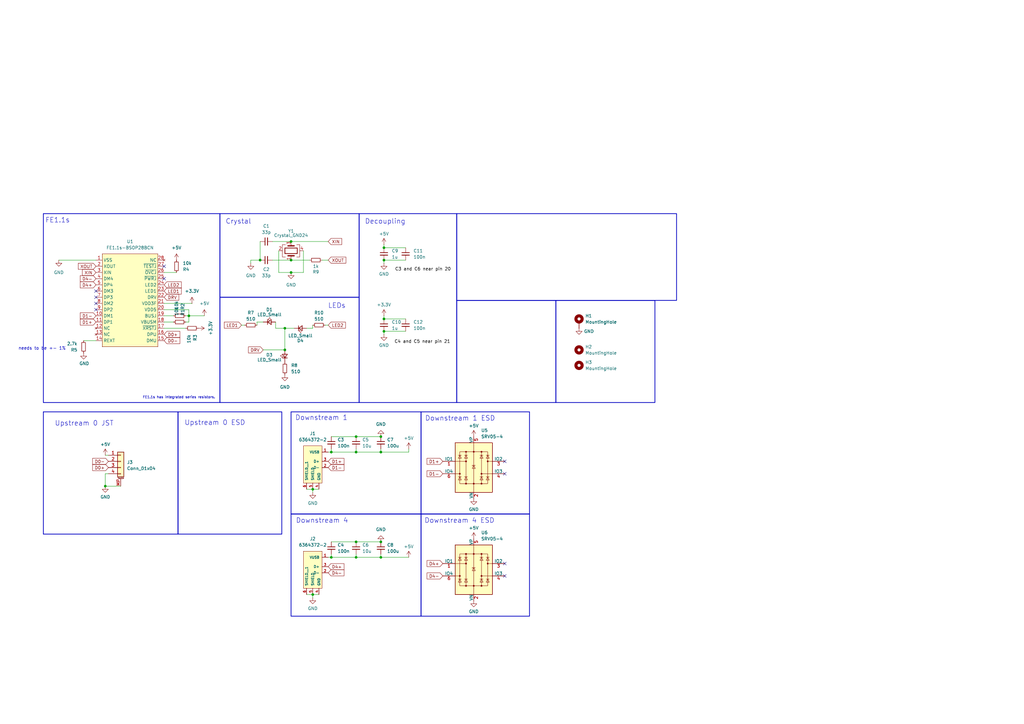
<source format=kicad_sch>
(kicad_sch (version 20231120) (generator "eeschema") (generator_version "8.0")
  (paper "A3")
  (lib_symbols
    (symbol "Connector_Generic_MountingPin:Conn_01x04_MountingPin" (pin_names (offset 1.016) hide)
      (property "Reference" "J" (at 0 5.08 0))
      (property "Value" "Conn_01x04_MountingPin" (at 1.27 -7.62 0))
      (symbol "Conn_01x04_MountingPin_1_1"
        (rectangle (start -1.27 -4.953) (end 0 -5.207) (stroke (width 0.1524)))
        (rectangle (start -1.27 -2.413) (end 0 -2.667) (stroke (width 0.1524)))
        (rectangle (start -1.27 0.127) (end 0 -0.127) (stroke (width 0.1524)))
        (rectangle (start -1.27 2.667) (end 0 2.413) (stroke (width 0.1524)))
        (rectangle (start -1.27 3.81) (end 1.27 -6.35) (stroke (width 0.254)) (fill (type background)))
        (polyline (pts (xy -1.016 -7.112) (xy 1.016 -7.112)) (stroke (width 0.1524)))
        (text "Mounting" (at 0 -6.731 0) (effects (font (size 0.381 0.381))))
        (pin passive line (at -5.08 2.54 0) (length 3.81) (name "Pin_1") (number "1"))
        (pin passive line (at -5.08 0 0) (length 3.81) (name "Pin_2") (number "2"))
        (pin passive line (at -5.08 -2.54 0) (length 3.81) (name "Pin_3") (number "3"))
        (pin passive line (at -5.08 -5.08 0) (length 3.81) (name "Pin_4") (number "4"))
        (pin passive line (at 0 -10.16 90) (length 3.048) (name "MountPin") (number "MP"))
      )
    )
    (symbol "Device:C_Small" (pin_numbers hide) (pin_names (offset 0.254) hide)
      (property "Reference" "C" (at 0.254 1.778 0))
      (property "Value" "C_Small" (at 0.254 -2.032 0))
      (symbol "C_Small_0_1"
        (polyline (pts (xy -1.524 -0.508) (xy 1.524 -0.508)) (stroke (width 0.3302)))
        (polyline (pts (xy -1.524 0.508) (xy 1.524 0.508)) (stroke (width 0.3048)))
      )
      (symbol "C_Small_1_1"
        (pin passive line (at 0 2.54 270) (length 2.032) (name "~") (number "1"))
        (pin passive line (at 0 -2.54 90) (length 2.032) (name "~") (number "2"))
      )
    )
    (symbol "Device:Crystal_GND24" (pin_names (offset 1.016) hide)
      (property "Reference" "Y" (at 3.175 5.08 0))
      (property "Value" "Crystal_GND24" (at 3.175 3.175 0))
      (symbol "Crystal_GND24_0_1"
        (rectangle (start -1.143 2.54) (end 1.143 -2.54) (stroke (width 0.3048)))
        (polyline (pts (xy -2.54 0) (xy -2.032 0)))
        (polyline (pts (xy -2.032 -1.27) (xy -2.032 1.27)) (stroke (width 0.508)))
        (polyline (pts (xy 0 -3.81) (xy 0 -3.556)))
        (polyline (pts (xy 0 3.556) (xy 0 3.81)))
        (polyline (pts (xy 2.032 -1.27) (xy 2.032 1.27)) (stroke (width 0.508)))
        (polyline (pts (xy 2.032 0) (xy 2.54 0)))
        (polyline (pts (xy -2.54 -2.286) (xy -2.54 -3.556) (xy 2.54 -3.556) (xy 2.54 -2.286)))
        (polyline (pts (xy -2.54 2.286) (xy -2.54 3.556) (xy 2.54 3.556) (xy 2.54 2.286)))
      )
      (symbol "Crystal_GND24_1_1"
        (pin passive line (at -3.81 0 0) (length 1.27) (name "1") (number "1"))
        (pin passive line (at 0 5.08 270) (length 1.27) (name "2") (number "2"))
        (pin passive line (at 3.81 0 180) (length 1.27) (name "3") (number "3"))
        (pin passive line (at 0 -5.08 90) (length 1.27) (name "4") (number "4"))
      )
    )
    (symbol "Device:LED_Small" (pin_numbers hide) (pin_names (offset 0.254) hide)
      (property "Reference" "D" (at -1.27 3.175 0))
      (property "Value" "LED_Small" (at -4.445 -2.54 0))
      (symbol "LED_Small_0_1"
        (polyline (pts (xy -0.762 -1.016) (xy -0.762 1.016)) (stroke (width 0.254)))
        (polyline (pts (xy 1.016 0) (xy -0.762 0)))
        (polyline (pts (xy 0.762 -1.016) (xy -0.762 0) (xy 0.762 1.016) (xy 0.762 -1.016)) (stroke (width 0.254)))
        (polyline (pts (xy 0 0.762) (xy -0.508 1.27) (xy -0.254 1.27) (xy -0.508 1.27) (xy -0.508 1.016)))
        (polyline (pts (xy 0.508 1.27) (xy 0 1.778) (xy 0.254 1.778) (xy 0 1.778) (xy 0 1.524)))
      )
      (symbol "LED_Small_1_1"
        (pin passive line (at -2.54 0 0) (length 1.778) (name "K") (number "1"))
        (pin passive line (at 2.54 0 180) (length 1.778) (name "A") (number "2"))
      )
    )
    (symbol "Device:R_Small" (pin_numbers hide) (pin_names (offset 0.254) hide)
      (property "Reference" "R" (at 0.762 0.508 0))
      (property "Value" "R_Small" (at 0.762 -1.016 0))
      (symbol "R_Small_0_1"
        (rectangle (start -0.762 1.778) (end 0.762 -1.778) (stroke (width 0.2032)))
      )
      (symbol "R_Small_1_1"
        (pin passive line (at 0 2.54 270) (length 0.762) (name "~") (number "1"))
        (pin passive line (at 0 -2.54 90) (length 0.762) (name "~") (number "2"))
      )
    )
    (symbol "Mechanical:MountingHole" (pin_names (offset 1.016)) (exclude_from_sim yes) (in_bom no)
      (property "Reference" "H" (at 0 5.08 0))
      (property "Value" "MountingHole" (at 0 3.175 0))
      (symbol "MountingHole_0_1"
        (circle (center 0 0) (radius 1.27) (stroke (width 1.27)))
      )
    )
    (symbol "Mechanical:MountingHole_Pad" (pin_numbers hide) (pin_names (offset 1.016) hide) (exclude_from_sim yes) (in_bom no)
      (property "Reference" "H" (at 0 6.35 0))
      (property "Value" "MountingHole_Pad" (at 0 4.445 0))
      (symbol "MountingHole_Pad_0_1"
        (circle (center 0 1.27) (radius 1.27) (stroke (width 1.27)))
      )
      (symbol "MountingHole_Pad_1_1"
        (pin input line (at 0 -2.54 90) (length 2.54) (name "1") (number "1"))
      )
    )
    (symbol "PCM_marbastlib-various:SRV05-4" (pin_names (offset 0))
      (property "Reference" "U" (at -5.08 11.43 0))
      (property "Value" "SRV05-4" (at 2.54 11.43 0))
      (symbol "SRV05-4_0_0"
        (rectangle (start -5.715 6.477) (end 5.715 -6.604))
        (polyline (pts (xy -3.175 -6.604) (xy -3.175 6.477)))
        (polyline (pts (xy 3.175 6.477) (xy 3.175 -6.604)))
      )
      (symbol "SRV05-4_0_1"
        (rectangle (start -7.62 10.16) (end 7.62 -10.16) (stroke (width 0.254)) (fill (type background)))
        (circle (center -5.715 -2.54) (radius 0.2794) (fill (type outline)))
        (circle (center -3.175 -6.604) (radius 0.2794) (fill (type outline)))
        (circle (center -3.175 2.54) (radius 0.2794) (fill (type outline)))
        (circle (center -3.175 6.477) (radius 0.2794) (fill (type outline)))
        (circle (center 0 -6.604) (radius 0.2794) (fill (type outline)))
        (polyline (pts (xy -7.747 2.54) (xy -3.175 2.54)))
        (polyline (pts (xy -7.62 -2.54) (xy -5.715 -2.54)))
        (polyline (pts (xy -5.08 -3.81) (xy -6.35 -3.81)))
        (polyline (pts (xy -5.08 5.08) (xy -6.35 5.08)))
        (polyline (pts (xy -2.54 -3.81) (xy -3.81 -3.81)))
        (polyline (pts (xy -2.54 5.08) (xy -3.81 5.08)))
        (polyline (pts (xy 0 10.16) (xy 0 -10.16)))
        (polyline (pts (xy 3.81 -3.81) (xy 2.54 -3.81)))
        (polyline (pts (xy 3.81 5.08) (xy 2.54 5.08)))
        (polyline (pts (xy 6.35 -3.81) (xy 5.08 -3.81)))
        (polyline (pts (xy 6.35 5.08) (xy 5.08 5.08)))
        (polyline (pts (xy 7.62 -2.54) (xy 3.175 -2.54)))
        (polyline (pts (xy 7.62 2.54) (xy 5.715 2.54)))
        (polyline (pts (xy 0.635 0.889) (xy -0.635 0.889) (xy -0.635 0.635)))
        (polyline (pts (xy -5.08 -5.08) (xy -6.35 -5.08) (xy -5.715 -3.81) (xy -5.08 -5.08)))
        (polyline (pts (xy -5.08 3.81) (xy -6.35 3.81) (xy -5.715 5.08) (xy -5.08 3.81)))
        (polyline (pts (xy -2.54 -5.08) (xy -3.81 -5.08) (xy -3.175 -3.81) (xy -2.54 -5.08)))
        (polyline (pts (xy -2.54 3.81) (xy -3.81 3.81) (xy -3.175 5.08) (xy -2.54 3.81)))
        (polyline (pts (xy 0.635 -0.381) (xy -0.635 -0.381) (xy 0 0.889) (xy 0.635 -0.381)))
        (polyline (pts (xy 3.81 -5.08) (xy 2.54 -5.08) (xy 3.175 -3.81) (xy 3.81 -5.08)))
        (polyline (pts (xy 3.81 3.81) (xy 2.54 3.81) (xy 3.175 5.08) (xy 3.81 3.81)))
        (polyline (pts (xy 6.35 -5.08) (xy 5.08 -5.08) (xy 5.715 -3.81) (xy 6.35 -5.08)))
        (polyline (pts (xy 6.35 3.81) (xy 5.08 3.81) (xy 5.715 5.08) (xy 6.35 3.81)))
        (circle (center 0 6.477) (radius 0.2794) (fill (type outline)))
        (circle (center 3.175 -6.604) (radius 0.2794) (fill (type outline)))
        (circle (center 3.175 -2.54) (radius 0.2794) (fill (type outline)))
        (circle (center 3.175 6.477) (radius 0.2794) (fill (type outline)))
        (circle (center 5.715 2.54) (radius 0.2794) (fill (type outline)))
      )
      (symbol "SRV05-4_1_1"
        (pin passive line (at -12.7 2.54 0) (length 5.08) (name "IO1") (number "1"))
        (pin passive line (at 0 -12.7 90) (length 2.54) (name "VN") (number "2"))
        (pin passive line (at 12.7 2.54 180) (length 5.08) (name "IO2") (number "3"))
        (pin passive line (at 12.7 -2.54 180) (length 5.08) (name "IO3") (number "4"))
        (pin passive line (at 0 12.7 270) (length 2.54) (name "VP") (number "5"))
        (pin passive line (at -12.7 -2.54 0) (length 5.08) (name "IO4") (number "6"))
      )
    )
    (symbol "mx-unsaver:6364372-2" (pin_names (offset 1.016))
      (property "Reference" "J" (at -0.508 10.922 0))
      (property "Value" "6364372-2" (at -5.588 8.382 0))
      (symbol "6364372-2_0_0"
        (rectangle (start -3.81 7.62) (end 3.81 -7.62) (stroke (width 0.1524)) (fill (type background)))
      )
      (symbol "6364372-2_1_0"
        (pin passive line (at 6.35 5.08 180) (length 2.54) (name "VUSB") (number "1"))
        (pin passive line (at 6.35 -1.27 180) (length 2.54) (name "D-") (number "2"))
        (pin passive line (at 6.35 1.27 180) (length 2.54) (name "D+") (number "3"))
        (pin passive line (at 2.54 -10.16 90) (length 2.54) (name "GND") (number "4"))
        (pin passive line (at 0 -10.16 90) (length 2.54) (name "SHIELD") (number "5"))
        (pin passive line (at -2.54 -10.16 90) (length 2.54) (name "SHIELD__1") (number "6"))
      )
    )
    (symbol "mx-unsaver:FE1.1s-BSOP28BCN"
      (property "Reference" "U" (at 0 21.336 0))
      (property "Value" "FE1.1s-BSOP28BCN" (at 0 19.304 0))
      (symbol "FE1.1s-BSOP28BCN_1_1"
        (rectangle (start -11.43 15.24) (end 11.43 -22.86) (fill (type background)))
        (pin power_in line (at -13.97 12.7 0) (length 2.54) (name "VSS") (number "1"))
        (pin bidirectional line (at -13.97 -10.16 0) (length 2.54) (name "DM1") (number "10"))
        (pin bidirectional line (at -13.97 -12.7 0) (length 2.54) (name "DP1") (number "11"))
        (pin no_connect line (at -13.97 -15.24 0) (length 2.54) (name "NC") (number "12"))
        (pin no_connect line (at -13.97 -17.78 0) (length 2.54) (name "NC") (number "13"))
        (pin passive line (at -13.97 -20.32 0) (length 2.54) (name "REXT") (number "14"))
        (pin bidirectional line (at 13.97 -20.32 180) (length 2.54) (name "DMU") (number "15"))
        (pin bidirectional line (at 13.97 -17.78 180) (length 2.54) (name "DPU") (number "16"))
        (pin input line (at 13.97 -15.24 180) (length 2.54) (name "~{XRSTJ}") (number "17"))
        (pin input line (at 13.97 -12.7 180) (length 2.54) (name "VBUSM") (number "18"))
        (pin input line (at 13.97 -10.16 180) (length 2.54) (name "BUSJ") (number "19"))
        (pin output line (at -13.97 10.16 0) (length 2.54) (name "XOUT") (number "2"))
        (pin power_in line (at 13.97 -7.62 180) (length 2.54) (name "VDD5") (number "20"))
        (pin output line (at 13.97 -5.08 180) (length 2.54) (name "VDD3F") (number "21"))
        (pin bidirectional line (at 13.97 -2.54 180) (length 2.54) (name "DRV") (number "22"))
        (pin bidirectional line (at 13.97 0 180) (length 2.54) (name "LED1") (number "23"))
        (pin bidirectional line (at 13.97 2.54 180) (length 2.54) (name "LED2") (number "24"))
        (pin output line (at 13.97 5.08 180) (length 2.54) (name "~{PWRJ}") (number "25"))
        (pin input line (at 13.97 7.62 180) (length 2.54) (name "~{OVCJ}") (number "26"))
        (pin bidirectional line (at 13.97 10.16 180) (length 2.54) (name "~{TESTJ}") (number "27"))
        (pin no_connect line (at 13.97 12.7 180) (length 2.54) (name "NC") (number "28"))
        (pin input line (at -13.97 7.62 0) (length 2.54) (name "XIN") (number "3"))
        (pin bidirectional line (at -13.97 5.08 0) (length 2.54) (name "DM4") (number "4"))
        (pin bidirectional line (at -13.97 2.54 0) (length 2.54) (name "DP4") (number "5"))
        (pin bidirectional line (at -13.97 0 0) (length 2.54) (name "DM3") (number "6"))
        (pin bidirectional line (at -13.97 -2.54 0) (length 2.54) (name "DP3") (number "7"))
        (pin bidirectional line (at -13.97 -5.08 0) (length 2.54) (name "DM2") (number "8"))
        (pin bidirectional line (at -13.97 -7.62 0) (length 2.54) (name "DP2") (number "9"))
      )
    )
    (symbol "power:+3.3V" (power) (pin_numbers hide) (pin_names (offset 0) hide)
      (property "Value" "+3.3V" (at 0 3.556 0))
      (symbol "+3.3V_0_1"
        (polyline (pts (xy -0.762 1.27) (xy 0 2.54)))
        (polyline (pts (xy 0 0) (xy 0 2.54)))
        (polyline (pts (xy 0 2.54) (xy 0.762 1.27)))
      )
      (symbol "+3.3V_1_1"
        (pin power_in line (at 0 0 90) (length 0) (name "~") (number "1"))
      )
    )
    (symbol "power:+5V" (power) (pin_numbers hide) (pin_names (offset 0) hide)
      (property "Value" "+5V" (at 0 3.556 0))
      (symbol "+5V_0_1"
        (polyline (pts (xy -0.762 1.27) (xy 0 2.54)))
        (polyline (pts (xy 0 0) (xy 0 2.54)))
        (polyline (pts (xy 0 2.54) (xy 0.762 1.27)))
      )
      (symbol "+5V_1_1"
        (pin power_in line (at 0 0 90) (length 0) (name "~") (number "1"))
      )
    )
    (symbol "power:GND" (power) (pin_numbers hide) (pin_names (offset 0) hide)
      (property "Value" "GND" (at 0 -3.81 0))
      (symbol "GND_0_1"
        (polyline (pts (xy 0 0) (xy 0 -1.27) (xy 1.27 -1.27) (xy 0 -2.54) (xy -1.27 -1.27) (xy 0 -1.27)))
      )
      (symbol "GND_1_1"
        (pin power_in line (at 0 0 270) (length 0) (name "~") (number "1"))
      )
    )
  )
  (junction (at 146.05 228.6))
  (junction (at 119.38 106.68))
  (junction (at 128.27 243.84))
  (junction (at 128.27 200.66))
  (junction (at 146.05 185.42))
  (junction (at 119.38 99.06))
  (junction (at 77.47 129.54))
  (junction (at 135.89 185.42))
  (junction (at 157.48 101.6))
  (junction (at 156.21 228.6))
  (junction (at 156.21 185.42))
  (junction (at 106.68 106.68))
  (junction (at 135.89 228.6))
  (junction (at 157.48 106.68))
  (junction (at 146.05 222.25))
  (junction (at 156.21 179.07))
  (junction (at 119.38 111.76))
  (junction (at 116.84 134.62))
  (junction (at 157.48 135.89))
  (junction (at 43.18 199.39))
  (junction (at 156.21 222.25))
  (junction (at 146.05 179.07))
  (junction (at 116.84 143.51))
  (junction (at 157.48 130.81))
  (no_connect (at 39.37 127))
  (no_connect (at 207.01 189.23))
  (no_connect (at 207.01 236.22))
  (no_connect (at 67.31 109.22))
  (no_connect (at 39.37 121.92))
  (no_connect (at 67.31 114.3))
  (no_connect (at 207.01 231.14))
  (no_connect (at 39.37 124.46))
  (no_connect (at 39.37 119.38))
  (no_connect (at 207.01 194.31))
  (wire (pts (xy 105.41 133.35) (xy 105.41 132.08)))
  (wire (pts (xy 34.29 139.7) (xy 39.37 139.7)))
  (wire (pts (xy 156.21 228.6) (xy 146.05 228.6)))
  (wire (pts (xy 157.48 130.81) (xy 157.48 129.54)))
  (wire (pts (xy 116.84 143.51) (xy 107.95 143.51)))
  (wire (pts (xy 167.64 185.42) (xy 167.64 184.15)))
  (wire (pts (xy 43.18 199.39) (xy 49.53 199.39)))
  (wire (pts (xy 113.03 132.08) (xy 113.03 134.62)))
  (wire (pts (xy 67.31 111.76) (xy 72.39 111.76)))
  (wire (pts (xy 125.73 243.84) (xy 128.27 243.84)))
  (wire (pts (xy 119.38 106.68) (xy 127 106.68)))
  (wire (pts (xy 157.48 135.89) (xy 166.37 135.89)))
  (wire (pts (xy 77.47 132.08) (xy 77.47 129.54)))
  (wire (pts (xy 124.46 102.87) (xy 124.46 111.76)))
  (wire (pts (xy 76.2 129.54) (xy 77.47 129.54)))
  (wire (pts (xy 119.38 99.06) (xy 134.62 99.06)))
  (wire (pts (xy 67.31 129.54) (xy 71.12 129.54)))
  (wire (pts (xy 128.27 200.66) (xy 128.27 201.93)))
  (wire (pts (xy 77.47 129.54) (xy 83.82 129.54)))
  (wire (pts (xy 134.62 228.6) (xy 135.89 228.6)))
  (wire (pts (xy 114.3 111.76) (xy 119.38 111.76)))
  (wire (pts (xy 134.62 185.42) (xy 135.89 185.42)))
  (wire (pts (xy 67.31 134.62) (xy 76.2 134.62)))
  (wire (pts (xy 134.62 133.35) (xy 133.35 133.35)))
  (wire (pts (xy 67.31 127) (xy 77.47 127)))
  (wire (pts (xy 43.18 194.31) (xy 43.18 199.39)))
  (wire (pts (xy 128.27 134.62) (xy 128.27 133.35)))
  (wire (pts (xy 132.08 106.68) (xy 134.62 106.68)))
  (wire (pts (xy 113.03 134.62) (xy 116.84 134.62)))
  (wire (pts (xy 156.21 185.42) (xy 156.21 184.15)))
  (wire (pts (xy 124.46 111.76) (xy 119.38 111.76)))
  (wire (pts (xy 125.73 134.62) (xy 128.27 134.62)))
  (wire (pts (xy 146.05 184.15) (xy 146.05 185.42)))
  (wire (pts (xy 135.89 222.25) (xy 146.05 222.25)))
  (wire (pts (xy 24.13 106.68) (xy 39.37 106.68)))
  (wire (pts (xy 156.21 227.33) (xy 156.21 228.6)))
  (wire (pts (xy 146.05 228.6) (xy 135.89 228.6)))
  (wire (pts (xy 157.48 107.95) (xy 157.48 106.68)))
  (wire (pts (xy 167.64 228.6) (xy 156.21 228.6)))
  (wire (pts (xy 106.68 106.68) (xy 102.87 106.68)))
  (wire (pts (xy 99.06 133.35) (xy 100.33 133.35)))
  (wire (pts (xy 146.05 185.42) (xy 156.21 185.42)))
  (wire (pts (xy 116.84 134.62) (xy 116.84 143.51)))
  (wire (pts (xy 102.87 106.68) (xy 102.87 107.95)))
  (wire (pts (xy 146.05 179.07) (xy 156.21 179.07)))
  (wire (pts (xy 67.31 124.46) (xy 78.74 124.46)))
  (wire (pts (xy 111.76 106.68) (xy 119.38 106.68)))
  (wire (pts (xy 135.89 185.42) (xy 146.05 185.42)))
  (wire (pts (xy 157.48 101.6) (xy 166.37 101.6)))
  (wire (pts (xy 125.73 200.66) (xy 128.27 200.66)))
  (wire (pts (xy 120.65 134.62) (xy 116.84 134.62)))
  (wire (pts (xy 43.18 194.31) (xy 44.45 194.31)))
  (wire (pts (xy 146.05 222.25) (xy 156.21 222.25)))
  (wire (pts (xy 157.48 106.68) (xy 166.37 106.68)))
  (wire (pts (xy 135.89 184.15) (xy 135.89 185.42)))
  (wire (pts (xy 106.68 99.06) (xy 106.68 106.68)))
  (wire (pts (xy 128.27 200.66) (xy 130.81 200.66)))
  (wire (pts (xy 76.2 132.08) (xy 77.47 132.08)))
  (wire (pts (xy 105.41 132.08) (xy 107.95 132.08)))
  (wire (pts (xy 77.47 127) (xy 77.47 129.54)))
  (wire (pts (xy 67.31 132.08) (xy 71.12 132.08)))
  (wire (pts (xy 128.27 243.84) (xy 128.27 245.11)))
  (wire (pts (xy 135.89 179.07) (xy 146.05 179.07)))
  (wire (pts (xy 157.48 137.16) (xy 157.48 135.89)))
  (wire (pts (xy 157.48 130.81) (xy 166.37 130.81)))
  (wire (pts (xy 111.76 99.06) (xy 119.38 99.06)))
  (wire (pts (xy 128.27 243.84) (xy 130.81 243.84)))
  (wire (pts (xy 156.21 185.42) (xy 167.64 185.42)))
  (wire (pts (xy 114.3 102.87) (xy 114.3 111.76)))
  (wire (pts (xy 146.05 227.33) (xy 146.05 228.6)))
  (wire (pts (xy 135.89 227.33) (xy 135.89 228.6)))
  (wire (pts (xy 43.18 186.69) (xy 44.45 186.69)))
  (wire (pts (xy 157.48 100.33) (xy 157.48 101.6)))
  (rectangle (start 147.32 87.63) (end 187.325 165.1) (stroke (width 0.3)))
  (rectangle (start 187.325 87.63) (end 277.495 123.19) (stroke (width 0.3)))
  (rectangle (start 187.325 123.19) (end 227.965 165.1) (stroke (width 0.3)))
  (rectangle (start 172.72 210.82) (end 217.17 252.73) (stroke (width 0.3)))
  (rectangle (start 227.965 123.19) (end 268.605 165.1) (stroke (width 0.3)))
  (rectangle (start 73.025 168.91) (end 115.57 219.075) (stroke (width 0.3)))
  (rectangle (start 90.17 121.92) (end 147.32 165.1) (stroke (width 0.3)))
  (rectangle (start 90.17 87.63) (end 147.32 121.92) (stroke (width 0.3)))
  (rectangle (start 119.38 210.82) (end 172.72 252.73) (stroke (width 0.3)))
  (rectangle (start 119.38 168.91) (end 172.72 210.82) (stroke (width 0.3)))
  (rectangle (start 17.78 168.91) (end 73.025 219.075) (stroke (width 0.3)))
  (rectangle (start 172.72 168.91) (end 217.17 210.82) (stroke (width 0.3)))
  (rectangle (start 17.78 87.63) (end 90.17 165.1) (stroke (width 0.3)))
  (text "Upstream 0 JST" (at 34.544 173.736 0) (effects (font (size 2 2))))
  (text "Decoupling" (at 157.988 90.932 0) (effects (font (size 2 2))))
  (text "Upstream 0 ESD" (at 88.138 173.482 0) (effects (font (size 2 2))))
  (text "Downstream 4" (at 132.08 213.614 0) (effects (font (size 2 2))))
  (text "FE1.1s" (at 23.622 90.424 0) (effects (font (size 2 2))))
  (text "C4 and C5 near pin 21" (at 173.228 140.208 0) (effects (font (size 1.27 1.27))))
  (text "FE1.1s has integrated series resistors." (at 73.406 163.068 0) (effects (font (size 1 1))))
  (text "LEDs" (at 138.176 125.476 0) (effects (font (size 2 2))))
  (text "Downstream 1" (at 131.826 171.45 0) (effects (font (size 2 2))))
  (text "Downstream 1 ESD" (at 188.722 171.704 0) (effects (font (size 2 2))))
  (text "C3 and C6 near pin 20" (at 173.482 110.49 0) (effects (font (size 1.27 1.27))))
  (text "Crystal" (at 97.79 90.932 0) (effects (font (size 2 2))))
  (text "needs to be +- 1%" (at 17.272 143.002 0) (effects (font (size 1.27 1.27))))
  (text "Downstream 4 ESD" (at 188.468 213.614 0) (effects (font (size 2 2))))
  (global_label "D1+" (shape input) (at 134.62 189.23 0) (property "Intersheetrefs" "${INTERSHEET_REFS}" (effects (hide yes))))
  (global_label "XOUT" (shape input) (at 134.62 106.68 0) (property "Intersheetrefs" "${INTERSHEET_REFS}" (effects (hide yes))))
  (global_label "LED2" (shape input) (at 134.62 133.35 0) (property "Intersheetrefs" "${INTERSHEET_REFS}" (effects (hide yes))))
  (global_label "D4-" (shape input) (at 181.61 236.22 180) (property "Intersheetrefs" "${INTERSHEET_REFS}" (effects (hide yes))))
  (global_label "LED2" (shape input) (at 67.31 116.84 0) (property "Intersheetrefs" "${INTERSHEET_REFS}" (effects (hide yes))))
  (global_label "D1+" (shape input) (at 181.61 189.23 180) (property "Intersheetrefs" "${INTERSHEET_REFS}" (effects (hide yes))))
  (global_label "D0+" (shape input) (at 44.45 191.77 180) (property "Intersheetrefs" "${INTERSHEET_REFS}" (effects (hide yes))))
  (global_label "D1-" (shape input) (at 39.37 129.54 180) (property "Intersheetrefs" "${INTERSHEET_REFS}" (effects (hide yes))))
  (global_label "D1-" (shape input) (at 134.62 191.77 0) (property "Intersheetrefs" "${INTERSHEET_REFS}" (effects (hide yes))))
  (global_label "D4-" (shape input) (at 39.37 114.3 180) (property "Intersheetrefs" "${INTERSHEET_REFS}" (effects (hide yes))))
  (global_label "XIN" (shape input) (at 134.62 99.06 0) (property "Intersheetrefs" "${INTERSHEET_REFS}" (effects (hide yes))))
  (global_label "LED1" (shape input) (at 67.31 119.38 0) (property "Intersheetrefs" "${INTERSHEET_REFS}" (effects (hide yes))))
  (global_label "D0+" (shape input) (at 67.31 137.16 0) (property "Intersheetrefs" "${INTERSHEET_REFS}" (effects (hide yes))))
  (global_label "D4-" (shape input) (at 134.62 234.95 0) (property "Intersheetrefs" "${INTERSHEET_REFS}" (effects (hide yes))))
  (global_label "D1-" (shape input) (at 181.61 194.31 180) (property "Intersheetrefs" "${INTERSHEET_REFS}" (effects (hide yes))))
  (global_label "D4+" (shape input) (at 181.61 231.14 180) (property "Intersheetrefs" "${INTERSHEET_REFS}" (effects (hide yes))))
  (global_label "XOUT" (shape input) (at 39.37 109.22 180) (property "Intersheetrefs" "${INTERSHEET_REFS}" (effects (hide yes))))
  (global_label "LED1" (shape input) (at 99.06 133.35 180) (property "Intersheetrefs" "${INTERSHEET_REFS}" (effects (hide yes))))
  (global_label "D4+" (shape input) (at 134.62 232.41 0) (property "Intersheetrefs" "${INTERSHEET_REFS}" (effects (hide yes))))
  (global_label "D0-" (shape input) (at 67.31 139.7 0) (property "Intersheetrefs" "${INTERSHEET_REFS}" (effects (hide yes))))
  (global_label "D0-" (shape input) (at 44.45 189.23 180) (property "Intersheetrefs" "${INTERSHEET_REFS}" (effects (hide yes))))
  (global_label "DRV" (shape input) (at 107.95 143.51 180) (property "Intersheetrefs" "${INTERSHEET_REFS}" (effects (hide yes))))
  (global_label "XIN" (shape input) (at 39.37 111.76 180) (property "Intersheetrefs" "${INTERSHEET_REFS}" (effects (hide yes))))
  (global_label "DRV" (shape input) (at 67.31 121.92 0) (property "Intersheetrefs" "${INTERSHEET_REFS}" (effects (hide yes))))
  (global_label "D1+" (shape input) (at 39.37 132.08 180) (property "Intersheetrefs" "${INTERSHEET_REFS}" (effects (hide yes))))
  (global_label "D4+" (shape input) (at 39.37 116.84 180) (property "Intersheetrefs" "${INTERSHEET_REFS}" (effects (hide yes))))
  (symbol (lib_id "power:GND") (at 156.21 179.07 180) (unit 1)
    (property "Reference" "#PWR024" (effects (hide yes)))
    (property "Value" "GND" (at 156.21 173.99 0))
    (property "Description" "Power symbol creates a global label with name \"GND\" , ground" (effects (hide yes)))
  )
  (symbol (lib_id "power:+5V") (at 194.31 179.07 0) (unit 1)
    (property "Reference" "#PWR04" (effects (hide yes)))
    (property "Value" "+5V" (at 194.31 174.625 0))
    (property "Description" "Power symbol creates a global label with name \"+5V\"" (effects (hide yes)))
  )
  (symbol (lib_id "mx-unsaver:6364372-2") (at 128.27 190.5 0) (unit 1)
    (property "Reference" "J1" (at 128.27 177.8 0))
    (property "Value" "6364372-2" (at 128.27 180.34 0))
    (property "Footprint" "TE_6364372-2" (effects (hide yes)))
    (property "Description" "A1" (effects (hide yes)))
    (property "STANDARD" "Manufacturer Recommendation" (effects (hide yes)))
    (property "MANUFACTURER" "TE Connectivity" (effects (hide yes)))
    (property "Digikey" "  A122647-ND" (effects (hide yes)))
  )
  (symbol (lib_id "power:GND") (at 102.87 107.95 0) (unit 1)
    (property "Reference" "#PWR019" (effects (hide yes)))
    (property "Value" "GND" (at 102.87 113.03 0))
    (property "Description" "Power symbol creates a global label with name \"GND\" , ground" (effects (hide yes)))
  )
  (symbol (lib_id "power:+3.3V") (at 81.28 134.62 270) (unit 1)
    (property "Reference" "#PWR010" (effects (hide yes)))
    (property "Value" "+3.3V" (at 86.36 134.62 0))
    (property "Description" "Power symbol creates a global label with name \"+3.3V\"" (effects (hide yes)))
  )
  (symbol (lib_id "Device:C_Small") (at 146.05 181.61 0) (unit 1)
    (property "Reference" "C5" (at 148.59 180.3462 0) (effects (justify left)))
    (property "Value" "10u" (at 148.59 182.8862 0) (effects (justify left)))
    (property "Footprint" "Capacitor_SMD:C_0603_1608Metric" (effects (hide yes)))
    (property "Description" "Unpolarized capacitor, small symbol" (effects (hide yes)))
    (property "Digikey" "1276-1192-1-ND" (effects (hide yes)))
  )
  (symbol (lib_id "mx-unsaver:FE1.1s-BSOP28BCN") (at 53.34 119.38 0) (unit 1)
    (property "Reference" "U1" (at 53.34 99.06 0))
    (property "Value" "FE1.1s-BSOP28BCN" (at 53.34 101.6 0))
    (property "Footprint" "Package_SO:SSOP-28_3.9x9.9mm_P0.635mm" (effects (hide yes)))
    (property "Datasheet" "https://www.lcsc.com/datasheet/C9359.pdf" (effects (hide yes)))
    (property "Description" "USB 2.0 High Speed 4-Port Hub Controller, SSOP-28" (effects (hide yes)))
  )
  (symbol (lib_id "power:+5V") (at 167.64 184.15 0) (unit 1)
    (property "Reference" "#PWR01" (effects (hide yes)))
    (property "Value" "+5V" (at 167.64 179.705 0))
    (property "Description" "Power symbol creates a global label with name \"+5V\"" (effects (hide yes)))
  )
  (symbol (lib_id "power:GND") (at 157.48 107.95 0) (unit 1)
    (property "Reference" "#PWR027" (effects (hide yes)))
    (property "Value" "GND" (at 157.48 112.395 0))
    (property "Description" "Power symbol creates a global label with name \"GND\" , ground" (effects (hide yes)))
  )
  (symbol (lib_id "Device:C_Small") (at 135.89 224.79 0) (unit 1)
    (property "Reference" "C4" (at 138.43 223.5262 0) (effects (justify left)))
    (property "Value" "100n" (at 138.43 226.0662 0) (effects (justify left)))
    (property "Footprint" "Capacitor_SMD:C_0603_1608Metric" (effects (hide yes)))
    (property "Description" "Unpolarized capacitor, small symbol" (effects (hide yes)))
    (property "Digikey" "311-1088-1-ND" (effects (hide yes)))
  )
  (symbol (lib_id "power:GND") (at 194.31 204.47 0) (unit 1)
    (property "Reference" "#PWR033" (effects (hide yes)))
    (property "Value" "GND" (at 194.31 208.915 0))
    (property "Description" "Power symbol creates a global label with name \"GND\" , ground" (effects (hide yes)))
  )
  (symbol (lib_id "Mechanical:MountingHole") (at 237.49 149.86 0) (unit 1) (exclude_from_sim yes) (in_bom no)
    (property "Reference" "H3" (at 240.03 148.5899 0) (effects (justify left)))
    (property "Value" "MountingHole" (at 240.03 151.1299 0) (effects (justify left)))
    (property "Footprint" "MountingHole:MountingHole_2.7mm_M2.5" (effects (hide yes)))
    (property "Description" "Mounting Hole without connection" (effects (hide yes)))
  )
  (symbol (lib_id "power:GND") (at 194.31 246.38 0) (unit 1)
    (property "Reference" "#PWR035" (effects (hide yes)))
    (property "Value" "GND" (at 194.31 250.825 0))
    (property "Description" "Power symbol creates a global label with name \"GND\" , ground" (effects (hide yes)))
  )
  (symbol (lib_id "Device:C_Small") (at 157.48 133.35 0) (unit 1)
    (property "Reference" "C10" (at 160.655 132.0863 0) (effects (justify left)))
    (property "Value" "1u" (at 160.655 134.6263 0) (effects (justify left)))
    (property "Footprint" "Capacitor_SMD:C_0603_1608Metric" (effects (hide yes)))
    (property "Description" "Unpolarized capacitor, small symbol" (effects (hide yes)))
    (property "Digikey" "1276-6524-1-ND" (effects (hide yes)))
  )
  (symbol (lib_id "Device:R_Small") (at 72.39 109.22 0) (mirror y) (unit 1)
    (property "Reference" "R4" (at 74.93 110.4901 0) (effects (justify right)))
    (property "Value" "10k" (at 74.93 107.9501 0) (effects (justify right)))
    (property "Footprint" "Resistor_SMD:R_0603_1608Metric" (effects (hide yes)))
    (property "Description" "Resistor, small symbol" (effects (hide yes)))
    (property "Digikey" "311-10.0KHRCT-ND" (effects (hide yes)))
  )
  (symbol (lib_id "Device:LED_Small") (at 123.19 134.62 0) (mirror x) (unit 1)
    (property "Reference" "D4" (at 123.19 139.7 0))
    (property "Value" "LED_Small" (at 123.19 137.668 0))
    (property "Footprint" "LED_SMD:LED_0603_1608Metric" (effects (hide yes)))
    (property "Description" "Light emitting diode, small symbol" (effects (hide yes)))
    (property "Digikey" "2007-BL-HJC36G-AV-TRBCT-ND" (effects (hide yes)))
  )
  (symbol (lib_id "Mechanical:MountingHole") (at 237.49 143.51 0) (unit 1) (exclude_from_sim yes) (in_bom no)
    (property "Reference" "H2" (at 240.03 142.2399 0) (effects (justify left)))
    (property "Value" "MountingHole" (at 240.03 144.7799 0) (effects (justify left)))
    (property "Footprint" "MountingHole:MountingHole_2.7mm_M2.5" (effects (hide yes)))
    (property "Description" "Mounting Hole without connection" (effects (hide yes)))
  )
  (symbol (lib_id "Device:C_Small") (at 146.05 224.79 0) (unit 1)
    (property "Reference" "C6" (at 148.59 223.5262 0) (effects (justify left)))
    (property "Value" "10u" (at 148.59 226.0662 0) (effects (justify left)))
    (property "Footprint" "Capacitor_SMD:C_0603_1608Metric" (effects (hide yes)))
    (property "Description" "Unpolarized capacitor, small symbol" (effects (hide yes)))
    (property "Digikey" "1276-1192-1-ND" (effects (hide yes)))
  )
  (symbol (lib_id "power:GND") (at 157.48 137.16 0) (unit 1)
    (property "Reference" "#PWR029" (effects (hide yes)))
    (property "Value" "GND" (at 157.48 141.605 0))
    (property "Description" "Power symbol creates a global label with name \"GND\" , ground" (effects (hide yes)))
  )
  (symbol (lib_id "Device:R_Small") (at 130.81 133.35 270) (mirror x) (unit 1)
    (property "Reference" "R10" (at 130.81 128.27 90))
    (property "Value" "510" (at 130.81 130.81 90))
    (property "Footprint" "Resistor_SMD:R_0603_1608Metric" (effects (hide yes)))
    (property "Description" "Resistor, small symbol" (effects (hide yes)))
    (property "Digikey" "RR08P510DCT-ND" (effects (hide yes)))
  )
  (symbol (lib_id "power:GND") (at 116.84 153.67 0) (unit 1)
    (property "Reference" "#PWR020" (effects (hide yes)))
    (property "Value" "GND" (at 116.84 158.75 0))
    (property "Description" "Power symbol creates a global label with name \"GND\" , ground" (effects (hide yes)))
  )
  (symbol (lib_id "mx-unsaver:6364372-2") (at 128.27 233.68 0) (unit 1)
    (property "Reference" "J2" (at 128.27 220.98 0))
    (property "Value" "6364372-2" (at 128.27 223.52 0))
    (property "Footprint" "TE_6364372-2" (effects (hide yes)))
    (property "Description" "A1" (effects (hide yes)))
    (property "STANDARD" "Manufacturer Recommendation" (effects (hide yes)))
    (property "MANUFACTURER" "TE Connectivity" (effects (hide yes)))
    (property "Digikey" "  A122647-ND" (effects (hide yes)))
  )
  (symbol (lib_id "Device:C_Small") (at 166.37 104.14 0) (unit 1)
    (property "Reference" "C11" (at 169.545 102.8763 0) (effects (justify left)))
    (property "Value" "100n" (at 169.545 105.4163 0) (effects (justify left)))
    (property "Footprint" "Capacitor_SMD:C_0603_1608Metric" (effects (hide yes)))
    (property "Description" "Unpolarized capacitor, small symbol" (effects (hide yes)))
    (property "Digikey" "311-1088-1-ND" (effects (hide yes)))
  )
  (symbol (lib_id "Connector_Generic_MountingPin:Conn_01x04_MountingPin") (at 49.53 189.23 0) (unit 1)
    (property "Reference" "J3" (at 52.07 189.5855 0) (effects (justify left)))
    (property "Value" "Conn_01x04" (at 52.07 192.1255 0) (effects (justify left)))
    (property "Footprint" "Connector_JST:JST_SH_SM04B-SRSS-TB_1x04-1MP_P1.00mm_Horizontal" (effects (hide yes)))
    (property "Description" "Generic connectable mounting pin connector, single row, 01x04, script generated (kicad-library-utils/schlib/autogen/connector/)" (effects (hide yes)))
    (property "Digikey" "455-SM04B-SRSS-TBCT-ND" (effects (hide yes)))
  )
  (symbol (lib_id "Device:R_Small") (at 116.84 151.13 180) (unit 1)
    (property "Reference" "R8" (at 119.38 149.8599 0) (effects (justify right)))
    (property "Value" "510" (at 119.38 152.3999 0) (effects (justify right)))
    (property "Footprint" "Resistor_SMD:R_0603_1608Metric" (effects (hide yes)))
    (property "Description" "Resistor, small symbol" (effects (hide yes)))
    (property "Digikey" "RR08P510DCT-ND" (effects (hide yes)))
  )
  (symbol (lib_id "power:GND") (at 34.29 144.78 0) (unit 1)
    (property "Reference" "#PWR012" (effects (hide yes)))
    (property "Value" "GND" (at 34.544 149.098 0))
    (property "Description" "Power symbol creates a global label with name \"GND\" , ground" (effects (hide yes)))
  )
  (symbol (lib_id "Device:R_Small") (at 34.29 142.24 180) (unit 1)
    (property "Reference" "R5" (at 31.75 143.5101 0) (effects (justify left)))
    (property "Value" "2.7k" (at 31.75 140.9701 0) (effects (justify left)))
    (property "Footprint" "Resistor_SMD:R_0603_1608Metric" (effects (hide yes)))
    (property "Description" "Resistor, small symbol" (effects (hide yes)))
    (property "Digikey" "RMCF0603FT2K70CT-ND" (effects (hide yes)))
  )
  (symbol (lib_id "Device:R_Small") (at 102.87 133.35 90) (unit 1)
    (property "Reference" "R7" (at 102.87 128.27 90))
    (property "Value" "510" (at 102.87 130.81 90))
    (property "Footprint" "Resistor_SMD:R_0603_1608Metric" (effects (hide yes)))
    (property "Description" "Resistor, small symbol" (effects (hide yes)))
    (property "Digikey" "RR08P510DCT-ND" (effects (hide yes)))
  )
  (symbol (lib_id "power:+5V") (at 83.82 129.54 0) (unit 1)
    (property "Reference" "#PWR06" (effects (hide yes)))
    (property "Value" "+5V" (at 83.82 124.46 0))
    (property "Description" "Power symbol creates a global label with name \"+5V\"" (effects (hide yes)))
  )
  (symbol (lib_id "power:+5V") (at 72.39 106.68 0) (unit 1)
    (property "Reference" "#PWR02" (effects (hide yes)))
    (property "Value" "+5V" (at 72.39 101.6 0))
    (property "Description" "Power symbol creates a global label with name \"+5V\"" (effects (hide yes)))
  )
  (symbol (lib_id "power:GND") (at 128.27 201.93 0) (unit 1)
    (property "Reference" "#PWR022" (effects (hide yes)))
    (property "Value" "GND" (at 128.27 206.375 0))
    (property "Description" "Power symbol creates a global label with name \"GND\" , ground" (effects (hide yes)))
  )
  (symbol (lib_id "power:GND") (at 119.38 111.76 0) (unit 1)
    (property "Reference" "#PWR013" (effects (hide yes)))
    (property "Value" "GND" (at 119.38 116.84 0))
    (property "Description" "Power symbol creates a global label with name \"GND\" , ground" (effects (hide yes)))
  )
  (symbol (lib_id "PCM_marbastlib-various:SRV05-4") (at 194.31 233.68 0) (unit 1)
    (property "Reference" "U6" (at 197.3265 218.44 0) (effects (justify left)))
    (property "Value" "SRV05-4" (at 197.3265 220.98 0) (effects (justify left)))
    (property "Footprint" "PCM_marbastlib-various:SOT-23-6-routable" (effects (hide yes)))
    (property "Datasheet" "http://www.onsemi.com/pub/Collateral/SRV05-4-D.PDF" (effects (hide yes)))
    (property "Description" "ESD Protection Diodes with Low Clamping Voltage, SOT-23-6" (effects (hide yes)))
    (property "Digikey" "5399-SRV05-4CT-ND" (effects (hide yes)))
  )
  (symbol (lib_id "PCM_marbastlib-various:SRV05-4") (at 194.31 191.77 0) (unit 1)
    (property "Reference" "U5" (at 197.3265 176.53 0) (effects (justify left)))
    (property "Value" "SRV05-4" (at 197.3265 179.07 0) (effects (justify left)))
    (property "Footprint" "PCM_marbastlib-various:SOT-23-6-routable" (effects (hide yes)))
    (property "Datasheet" "http://www.onsemi.com/pub/Collateral/SRV05-4-D.PDF" (effects (hide yes)))
    (property "Description" "ESD Protection Diodes with Low Clamping Voltage, SOT-23-6" (effects (hide yes)))
    (property "Digikey" "5399-SRV05-4CT-ND" (effects (hide yes)))
  )
  (symbol (lib_id "Device:R_Small") (at 73.66 132.08 90) (mirror x) (unit 1)
    (property "Reference" "R1" (at 74.9301 129.54 0) (effects (justify right)))
    (property "Value" "10k" (at 72.3901 129.54 0) (effects (justify right)))
    (property "Footprint" "Resistor_SMD:R_0603_1608Metric" (effects (hide yes)))
    (property "Description" "Resistor, small symbol" (effects (hide yes)))
    (property "Digikey" "311-10.0KHRCT-ND" (effects (hide yes)))
  )
  (symbol (lib_id "power:+3.3V") (at 78.74 124.46 0) (unit 1)
    (property "Reference" "#PWR03" (effects (hide yes)))
    (property "Value" "+3.3V" (at 78.74 119.38 0))
    (property "Description" "Power symbol creates a global label with name \"+3.3V\"" (effects (hide yes)))
  )
  (symbol (lib_id "power:GND") (at 237.49 134.62 0) (unit 1)
    (property "Reference" "#PWR040" (effects (hide yes)))
    (property "Value" "GND" (at 241.554 135.89 0))
    (property "Description" "Power symbol creates a global label with name \"GND\" , ground" (effects (hide yes)))
  )
  (symbol (lib_id "Device:C_Small") (at 156.21 224.79 0) (unit 1)
    (property "Reference" "C8" (at 158.75 223.5262 0) (effects (justify left)))
    (property "Value" "100u" (at 158.75 226.0662 0) (effects (justify left)))
    (property "Footprint" "Capacitor_SMD:C_1206_3216Metric" (effects (hide yes)))
    (property "Description" "Unpolarized capacitor, small symbol" (effects (hide yes)))
    (property "Digikey" "490-GRM31CR60J107KEA8LCT-ND" (effects (hide yes)))
  )
  (symbol (lib_id "power:+5V") (at 167.64 228.6 0) (unit 1)
    (property "Reference" "#PWR011" (effects (hide yes)))
    (property "Value" "+5V" (at 167.64 224.155 0))
    (property "Description" "Power symbol creates a global label with name \"+5V\"" (effects (hide yes)))
  )
  (symbol (lib_id "power:GND") (at 128.27 245.11 0) (unit 1)
    (property "Reference" "#PWR023" (effects (hide yes)))
    (property "Value" "GND" (at 128.27 249.555 0))
    (property "Description" "Power symbol creates a global label with name \"GND\" , ground" (effects (hide yes)))
  )
  (symbol (lib_id "power:+5V") (at 157.48 100.33 0) (unit 1)
    (property "Reference" "#PWR026" (effects (hide yes)))
    (property "Value" "+5V" (at 157.48 95.885 0))
    (property "Description" "Power symbol creates a global label with name \"+5V\"" (effects (hide yes)))
  )
  (symbol (lib_id "power:+3.3V") (at 157.48 129.54 0) (unit 1)
    (property "Reference" "#PWR028" (effects (hide yes)))
    (property "Value" "+3.3V" (at 157.48 124.968 0))
    (property "Description" "Power symbol creates a global label with name \"+3.3V\"" (effects (hide yes)))
  )
  (symbol (lib_id "Device:Crystal_GND24") (at 119.38 102.87 90) (unit 1)
    (property "Reference" "Y1" (at 119.38 94.742 90))
    (property "Value" "Crystal_GND24" (at 119.38 96.52 90))
    (property "Footprint" "Crystal:Crystal_SMD_3225-4Pin_3.2x2.5mm" (effects (hide yes)))
    (property "Description" "Four pin crystal, GND on pins 2 and 4" (effects (hide yes)))
    (property "Digikey" "XC1810CT-ND" (effects (hide yes)))
  )
  (symbol (lib_id "power:GND") (at 24.13 106.68 0) (unit 1)
    (property "Reference" "#PWR07" (effects (hide yes)))
    (property "Value" "GND" (at 24.13 111.76 0))
    (property "Description" "Power symbol creates a global label with name \"GND\" , ground" (effects (hide yes)))
  )
  (symbol (lib_id "Device:C_Small") (at 109.22 106.68 90) (unit 1)
    (property "Reference" "C2" (at 109.22 110.49 90))
    (property "Value" "33p" (at 109.22 113.03 90))
    (property "Footprint" "Capacitor_SMD:C_0603_1608Metric" (effects (hide yes)))
    (property "Description" "Unpolarized capacitor, small symbol" (effects (hide yes)))
    (property "Digikey" "1276-1070-1-ND" (effects (hide yes)))
  )
  (symbol (lib_id "Device:C_Small") (at 157.48 104.14 0) (unit 1)
    (property "Reference" "C9" (at 160.655 102.8763 0) (effects (justify left)))
    (property "Value" "1u" (at 160.655 105.4163 0) (effects (justify left)))
    (property "Footprint" "Capacitor_SMD:C_0603_1608Metric" (effects (hide yes)))
    (property "Description" "Unpolarized capacitor, small symbol" (effects (hide yes)))
    (property "Digikey" "1276-6524-1-ND" (effects (hide yes)))
  )
  (symbol (lib_id "power:GND") (at 43.18 199.39 0) (unit 1)
    (property "Reference" "#PWR09" (effects (hide yes)))
    (property "Value" "GND" (at 43.18 203.835 0))
    (property "Description" "Power symbol creates a global label with name \"GND\" , ground" (effects (hide yes)))
  )
  (symbol (lib_id "power:GND") (at 156.21 222.25 180) (unit 1)
    (property "Reference" "#PWR025" (effects (hide yes)))
    (property "Value" "GND" (at 156.21 217.17 0))
    (property "Description" "Power symbol creates a global label with name \"GND\" , ground" (effects (hide yes)))
  )
  (symbol (lib_id "Mechanical:MountingHole_Pad") (at 237.49 132.08 0) (unit 1) (exclude_from_sim yes) (in_bom no)
    (property "Reference" "H1" (at 240.03 129.5399 0) (effects (justify left)))
    (property "Value" "MountingHole" (at 240.03 132.0799 0) (effects (justify left)))
    (property "Footprint" "MountingHole:MountingHole_2.7mm_M2.5_DIN965_Pad" (effects (hide yes)))
    (property "Description" "Mounting Hole with connection" (effects (hide yes)))
  )
  (symbol (lib_id "Device:R_Small") (at 73.66 129.54 90) (mirror x) (unit 1)
    (property "Reference" "R2" (at 74.9301 127 0) (effects (justify right)))
    (property "Value" "10k" (at 72.3901 127 0) (effects (justify right)))
    (property "Footprint" "Resistor_SMD:R_0603_1608Metric" (effects (hide yes)))
    (property "Description" "Resistor, small symbol" (effects (hide yes)))
    (property "Digikey" "311-10.0KHRCT-ND" (effects (hide yes)))
  )
  (symbol (lib_id "Device:C_Small") (at 135.89 181.61 0) (unit 1)
    (property "Reference" "C3" (at 138.43 180.3462 0) (effects (justify left)))
    (property "Value" "100n" (at 138.43 182.8862 0) (effects (justify left)))
    (property "Footprint" "Capacitor_SMD:C_0603_1608Metric" (effects (hide yes)))
    (property "Description" "Unpolarized capacitor, small symbol" (effects (hide yes)))
    (property "Digikey" "311-1088-1-ND" (effects (hide yes)))
  )
  (symbol (lib_id "Device:R_Small") (at 129.54 106.68 90) (unit 1)
    (property "Reference" "R9" (at 129.54 111.506 90))
    (property "Value" "1k" (at 129.54 109.22 90))
    (property "Footprint" "Resistor_SMD:R_0603_1608Metric" (effects (hide yes)))
    (property "Description" "Resistor, small symbol" (effects (hide yes)))
    (property "Digikey" "RMCF0603FT1K00CT-ND" (effects (hide yes)))
  )
  (symbol (lib_id "power:+5V") (at 194.31 220.98 0) (unit 1)
    (property "Reference" "#PWR08" (effects (hide yes)))
    (property "Value" "+5V" (at 194.31 216.535 0))
    (property "Description" "Power symbol creates a global label with name \"+5V\"" (effects (hide yes)))
  )
  (symbol (lib_id "Device:LED_Small") (at 110.49 132.08 0) (unit 1)
    (property "Reference" "D1" (at 110.49 127 0))
    (property "Value" "LED_Small" (at 110.49 129.032 0))
    (property "Footprint" "LED_SMD:LED_0603_1608Metric" (effects (hide yes)))
    (property "Description" "Light emitting diode, small symbol" (effects (hide yes)))
    (property "Digikey" "2007-BL-HJC36G-AV-TRBCT-ND" (effects (hide yes)))
  )
  (symbol (lib_id "power:+5V") (at 43.18 186.69 0) (unit 1)
    (property "Reference" "#PWR05" (effects (hide yes)))
    (property "Value" "+5V" (at 43.18 182.245 0))
    (property "Description" "Power symbol creates a global label with name \"+5V\"" (effects (hide yes)))
  )
  (symbol (lib_id "Device:R_Small") (at 78.74 134.62 270) (unit 1)
    (property "Reference" "R3" (at 80.0101 137.16 0) (effects (justify left)))
    (property "Value" "10k" (at 77.4701 137.16 0) (effects (justify left)))
    (property "Footprint" "Resistor_SMD:R_0603_1608Metric" (effects (hide yes)))
    (property "Description" "Resistor, small symbol" (effects (hide yes)))
    (property "Digikey" "311-10.0KHRCT-ND" (effects (hide yes)))
  )
  (symbol (lib_id "Device:C_Small") (at 109.22 99.06 90) (unit 1)
    (property "Reference" "C1" (at 109.2263 92.71 90))
    (property "Value" "33p" (at 109.2263 95.25 90))
    (property "Footprint" "Capacitor_SMD:C_0603_1608Metric" (effects (hide yes)))
    (property "Description" "Unpolarized capacitor, small symbol" (effects (hide yes)))
    (property "Digikey" "1276-1070-1-ND" (effects (hide yes)))
  )
  (symbol (lib_id "Device:C_Small") (at 166.37 133.35 0) (unit 1)
    (property "Reference" "C12" (at 169.545 132.0863 0) (effects (justify left)))
    (property "Value" "100n" (at 169.545 134.6263 0) (effects (justify left)))
    (property "Footprint" "Capacitor_SMD:C_0603_1608Metric" (effects (hide yes)))
    (property "Description" "Unpolarized capacitor, small symbol" (effects (hide yes)))
    (property "Digikey" "311-1088-1-ND" (effects (hide yes)))
  )
  (symbol (lib_id "Device:C_Small") (at 156.21 181.61 0) (unit 1)
    (property "Reference" "C7" (at 158.75 180.3462 0) (effects (justify left)))
    (property "Value" "100u" (at 158.75 182.8862 0) (effects (justify left)))
    (property "Footprint" "Capacitor_SMD:C_1206_3216Metric" (effects (hide yes)))
    (property "Description" "Unpolarized capacitor, small symbol" (effects (hide yes)))
    (property "Digikey" "490-GRM31CR60J107KEA8LCT-ND" (effects (hide yes)))
  )
  (symbol (lib_id "Device:LED_Small") (at 116.84 146.05 90) (unit 1)
    (property "Reference" "D3" (at 110.49 145.542 90))
    (property "Value" "LED_Small" (at 110.49 147.574 90))
    (property "Footprint" "LED_SMD:LED_0603_1608Metric" (effects (hide yes)))
    (property "Description" "Light emitting diode, small symbol" (effects (hide yes)))
    (property "Digikey" "2007-BL-HJC36G-AV-TRBCT-ND" (effects (hide yes)))
  )
)
</source>
